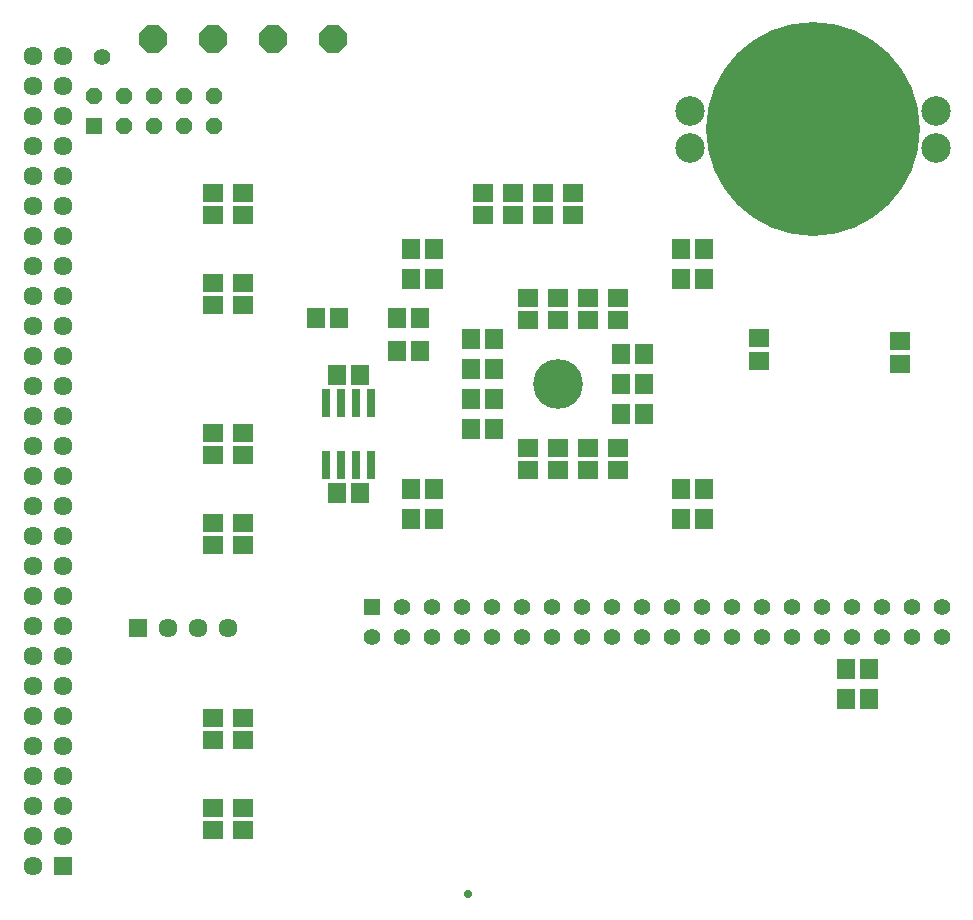
<source format=gbs>
G75*
%MOIN*%
%OFA0B0*%
%FSLAX25Y25*%
%IPPOS*%
%LPD*%
%AMOC8*
5,1,8,0,0,1.08239X$1,22.5*
%
%ADD10C,0.09855*%
%ADD11C,0.71302*%
%ADD12R,0.06706X0.05918*%
%ADD13R,0.05918X0.06706*%
%ADD14R,0.06337X0.06337*%
%ADD15C,0.06337*%
%ADD16C,0.16610*%
%ADD17R,0.03162X0.09461*%
%ADD18R,0.05550X0.05550*%
%ADD19C,0.05550*%
%ADD20OC8,0.05550*%
%ADD21OC8,0.09300*%
%ADD22C,0.02828*%
D10*
X0264055Y0308701D03*
X0264055Y0320906D03*
X0345945Y0320906D03*
X0345945Y0308701D03*
D11*
X0305000Y0315000D03*
D12*
X0225000Y0293740D03*
X0225000Y0286260D03*
X0215000Y0286260D03*
X0205000Y0286260D03*
X0205000Y0293740D03*
X0215000Y0293740D03*
X0195000Y0293740D03*
X0195000Y0286260D03*
X0210000Y0258740D03*
X0220000Y0258740D03*
X0230000Y0258740D03*
X0230000Y0251260D03*
X0220000Y0251260D03*
X0210000Y0251260D03*
X0240000Y0251260D03*
X0240000Y0258740D03*
X0287044Y0245154D03*
X0287044Y0237674D03*
X0334127Y0236674D03*
X0334127Y0244154D03*
X0240000Y0208740D03*
X0240000Y0201260D03*
X0230000Y0201260D03*
X0220000Y0201260D03*
X0210000Y0201260D03*
X0210000Y0208740D03*
X0220000Y0208740D03*
X0230000Y0208740D03*
X0115000Y0206260D03*
X0105000Y0206260D03*
X0105000Y0213740D03*
X0115000Y0213740D03*
X0115000Y0183740D03*
X0105000Y0183740D03*
X0105000Y0176260D03*
X0115000Y0176260D03*
X0115000Y0118740D03*
X0105000Y0118740D03*
X0105000Y0111260D03*
X0115000Y0111260D03*
X0115000Y0088740D03*
X0105000Y0088740D03*
X0105000Y0081260D03*
X0115000Y0081260D03*
X0115000Y0256260D03*
X0105000Y0256260D03*
X0105000Y0263740D03*
X0115000Y0263740D03*
X0115000Y0286260D03*
X0105000Y0286260D03*
X0105000Y0293740D03*
X0115000Y0293740D03*
D13*
X0171260Y0275000D03*
X0178740Y0275000D03*
X0178740Y0265000D03*
X0171260Y0265000D03*
X0173990Y0252000D03*
X0166510Y0252000D03*
X0166510Y0241000D03*
X0173990Y0241000D03*
X0191260Y0245000D03*
X0198740Y0245000D03*
X0198740Y0235000D03*
X0191260Y0235000D03*
X0191260Y0225000D03*
X0198740Y0225000D03*
X0198740Y0215000D03*
X0191260Y0215000D03*
X0178740Y0195000D03*
X0171260Y0195000D03*
X0171260Y0185000D03*
X0178740Y0185000D03*
X0153990Y0193500D03*
X0146510Y0193500D03*
X0146510Y0233000D03*
X0153990Y0233000D03*
X0146990Y0252000D03*
X0139510Y0252000D03*
X0241260Y0240000D03*
X0248740Y0240000D03*
X0248740Y0230000D03*
X0241260Y0230000D03*
X0241260Y0220000D03*
X0248740Y0220000D03*
X0261260Y0195000D03*
X0268740Y0195000D03*
X0268740Y0185000D03*
X0261260Y0185000D03*
X0316260Y0135000D03*
X0323740Y0135000D03*
X0323740Y0125000D03*
X0316260Y0125000D03*
X0268740Y0265000D03*
X0261260Y0265000D03*
X0261260Y0275000D03*
X0268740Y0275000D03*
D14*
X0080000Y0148500D03*
X0055000Y0069173D03*
D15*
X0045000Y0069173D03*
X0045000Y0079173D03*
X0055000Y0079173D03*
X0055000Y0089173D03*
X0045000Y0089173D03*
X0045000Y0099173D03*
X0055000Y0099173D03*
X0055000Y0109173D03*
X0045000Y0109173D03*
X0045000Y0119173D03*
X0055000Y0119173D03*
X0055000Y0129173D03*
X0045000Y0129173D03*
X0045000Y0139173D03*
X0055000Y0139173D03*
X0055000Y0149173D03*
X0045000Y0149173D03*
X0045000Y0159173D03*
X0055000Y0159173D03*
X0055000Y0169173D03*
X0045000Y0169173D03*
X0045000Y0179173D03*
X0055000Y0179173D03*
X0055000Y0189173D03*
X0045000Y0189173D03*
X0045000Y0199173D03*
X0055000Y0199173D03*
X0055000Y0209173D03*
X0045000Y0209173D03*
X0045000Y0219173D03*
X0055000Y0219173D03*
X0055000Y0229173D03*
X0045000Y0229173D03*
X0045000Y0239173D03*
X0055000Y0239173D03*
X0055000Y0249173D03*
X0045000Y0249173D03*
X0045000Y0259173D03*
X0055000Y0259173D03*
X0055000Y0269173D03*
X0045000Y0269173D03*
X0045000Y0279173D03*
X0055000Y0279173D03*
X0055000Y0289173D03*
X0045000Y0289173D03*
X0045000Y0299173D03*
X0055000Y0299173D03*
X0055000Y0309173D03*
X0045000Y0309173D03*
X0045000Y0319173D03*
X0055000Y0319173D03*
X0055000Y0329173D03*
X0045000Y0329173D03*
X0045000Y0339173D03*
X0055000Y0339173D03*
X0090000Y0148500D03*
X0100000Y0148500D03*
X0110000Y0148500D03*
D16*
X0220000Y0230000D03*
D17*
X0157750Y0223486D03*
X0152750Y0223486D03*
X0147750Y0223486D03*
X0142750Y0223486D03*
X0142750Y0203014D03*
X0147750Y0203014D03*
X0152750Y0203014D03*
X0157750Y0203014D03*
D18*
X0157953Y0155669D03*
X0065500Y0316000D03*
D19*
X0068000Y0339000D03*
X0167953Y0155669D03*
X0177953Y0155669D03*
X0187953Y0155669D03*
X0197953Y0155669D03*
X0207953Y0155669D03*
X0217953Y0155669D03*
X0227953Y0155669D03*
X0237953Y0155669D03*
X0247953Y0155669D03*
X0257953Y0155669D03*
X0267953Y0155669D03*
X0277953Y0155669D03*
X0287953Y0155669D03*
X0297953Y0155669D03*
X0307953Y0155669D03*
X0317953Y0155669D03*
X0327953Y0155669D03*
X0337953Y0155669D03*
X0347953Y0155669D03*
X0347953Y0145669D03*
X0337953Y0145669D03*
X0327953Y0145669D03*
X0317953Y0145669D03*
X0307953Y0145669D03*
X0297953Y0145669D03*
X0287953Y0145669D03*
X0277953Y0145669D03*
X0267953Y0145669D03*
X0257953Y0145669D03*
X0247953Y0145669D03*
X0237953Y0145669D03*
X0227953Y0145669D03*
X0217953Y0145669D03*
X0207953Y0145669D03*
X0197953Y0145669D03*
X0187953Y0145669D03*
X0177953Y0145669D03*
X0167953Y0145669D03*
X0157953Y0145669D03*
D20*
X0105500Y0316000D03*
X0095500Y0316000D03*
X0095500Y0326000D03*
X0105500Y0326000D03*
X0085500Y0326000D03*
X0075500Y0326000D03*
X0075500Y0316000D03*
X0085500Y0316000D03*
X0065500Y0326000D03*
D21*
X0085000Y0345000D03*
X0105000Y0345000D03*
X0125000Y0345000D03*
X0145000Y0345000D03*
D22*
X0190000Y0060000D03*
M02*

</source>
